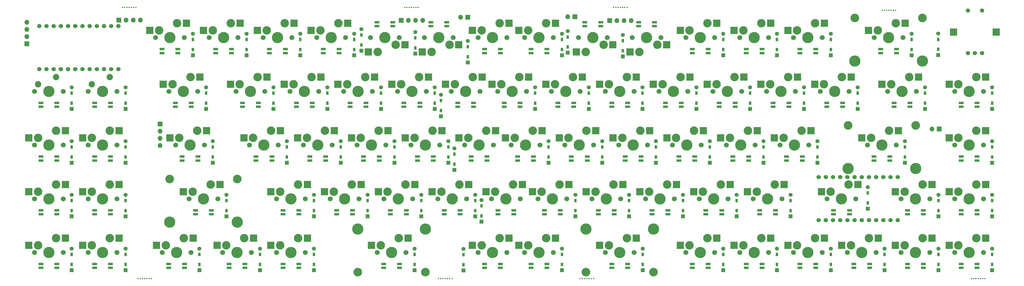
<source format=gbr>
%TF.GenerationSoftware,KiCad,Pcbnew,8.0.8*%
%TF.CreationDate,2025-04-17T13:25:33+09:00*%
%TF.ProjectId,sswkbd_wiring,7373776b-6264-45f7-9769-72696e672e6b,rev?*%
%TF.SameCoordinates,Original*%
%TF.FileFunction,Soldermask,Bot*%
%TF.FilePolarity,Negative*%
%FSLAX46Y46*%
G04 Gerber Fmt 4.6, Leading zero omitted, Abs format (unit mm)*
G04 Created by KiCad (PCBNEW 8.0.8) date 2025-04-17 13:25:33*
%MOMM*%
%LPD*%
G01*
G04 APERTURE LIST*
%ADD10R,1.397000X1.397000*%
%ADD11R,0.950000X1.300000*%
%ADD12C,1.397000*%
%ADD13C,1.750000*%
%ADD14C,3.000000*%
%ADD15C,3.987800*%
%ADD16R,2.550000X2.500000*%
%ADD17C,3.048000*%
%ADD18C,0.500000*%
%ADD19R,1.700000X1.700000*%
%ADD20O,1.700000X1.700000*%
%ADD21C,2.250000*%
%ADD22C,1.524000*%
%ADD23R,1.700000X0.825000*%
%ADD24R,2.500000X2.500000*%
%ADD25C,1.500000*%
G04 APERTURE END LIST*
D10*
%TO.C,D32*%
X366509249Y-98964950D03*
D11*
X366509249Y-96929950D03*
X366509249Y-93379950D03*
D12*
X366509249Y-91344950D03*
%TD*%
D13*
%TO.C,SW13*%
X296333000Y-73760000D03*
D14*
X297603000Y-71220000D03*
D15*
X301413000Y-73760000D03*
D14*
X303953000Y-68680000D03*
D13*
X306493000Y-73760000D03*
D16*
X294328000Y-71220000D03*
X307255000Y-68680000D03*
%TD*%
D10*
%TO.C,D67*%
X86461999Y-156014950D03*
D11*
X86461999Y-153979950D03*
X86461999Y-150429950D03*
D12*
X86461999Y-148394950D03*
%TD*%
D10*
%TO.C,D50*%
X60336999Y-137014950D03*
D11*
X60336999Y-134979950D03*
X60336999Y-131429950D03*
D12*
X60336999Y-129394950D03*
%TD*%
D10*
%TO.C,D73*%
X243034249Y-156014950D03*
D11*
X243034249Y-153979950D03*
X243034249Y-150429950D03*
D12*
X243034249Y-148394950D03*
%TD*%
D10*
%TO.C,D46*%
X304759249Y-117989950D03*
D11*
X304759249Y-115954950D03*
X304759249Y-112404950D03*
D12*
X304759249Y-110369950D03*
%TD*%
D13*
%TO.C,SW6*%
X176071250Y-73760000D03*
D14*
X174801250Y-76300000D03*
D15*
X170991250Y-73760000D03*
D14*
X168451250Y-78840000D03*
D13*
X165911250Y-73760000D03*
D16*
X178076250Y-76300000D03*
X165149250Y-78840000D03*
%TD*%
D10*
%TO.C,D38*%
X155361999Y-117989950D03*
D11*
X155361999Y-115954950D03*
X155361999Y-112404950D03*
D12*
X155361999Y-110369950D03*
%TD*%
D10*
%TO.C,D76*%
X309509249Y-156014950D03*
D11*
X309509249Y-153979950D03*
X309509249Y-150429950D03*
D12*
X309509249Y-148394950D03*
%TD*%
D10*
%TO.C,D74*%
X271509249Y-156014950D03*
D11*
X271509249Y-153979950D03*
X271509249Y-150429950D03*
D12*
X271509249Y-148394950D03*
%TD*%
D10*
%TO.C,D52*%
X126861999Y-137014950D03*
D11*
X126861999Y-134979950D03*
X126861999Y-131429950D03*
D12*
X126861999Y-129394950D03*
%TD*%
D10*
%TO.C,D39*%
X174361999Y-117989950D03*
D11*
X174361999Y-115954950D03*
X174361999Y-112404950D03*
D12*
X174361999Y-110369950D03*
%TD*%
D10*
%TO.C,D15*%
X347491000Y-79958000D03*
D11*
X347491000Y-77923000D03*
X347491000Y-74373000D03*
D12*
X347491000Y-72338000D03*
%TD*%
D10*
%TO.C,D44*%
X266759249Y-117989950D03*
D11*
X266759249Y-115954950D03*
X266759249Y-112404950D03*
D12*
X266759249Y-110369950D03*
%TD*%
D13*
%TO.C,SW50*%
X47160750Y-130760000D03*
D14*
X48430750Y-128220000D03*
D15*
X52240750Y-130760000D03*
D14*
X54780750Y-125680000D03*
D13*
X57320750Y-130760000D03*
D16*
X45155750Y-128220000D03*
X58082750Y-125680000D03*
%TD*%
D13*
%TO.C,SW28*%
X267833000Y-92760000D03*
D14*
X269103000Y-90220000D03*
D15*
X272913000Y-92760000D03*
D14*
X275453000Y-87680000D03*
D13*
X277993000Y-92760000D03*
D16*
X265828000Y-90220000D03*
X278755000Y-87680000D03*
%TD*%
D13*
%TO.C,SW75*%
X277333000Y-149760000D03*
D14*
X278603000Y-147220000D03*
D15*
X282413000Y-149760000D03*
D14*
X284953000Y-144680000D03*
D13*
X287493000Y-149760000D03*
D16*
X275328000Y-147220000D03*
X288255000Y-144680000D03*
%TD*%
D10*
%TO.C,D4*%
X141111999Y-79964950D03*
D11*
X141111999Y-77929950D03*
X141111999Y-74379950D03*
D12*
X141111999Y-72344950D03*
%TD*%
D13*
%TO.C,SW2*%
X89910750Y-73760000D03*
D14*
X91180750Y-71220000D03*
D15*
X94990750Y-73760000D03*
D14*
X97530750Y-68680000D03*
D13*
X100070750Y-73760000D03*
D16*
X87905750Y-71220000D03*
X100832750Y-68680000D03*
%TD*%
D13*
%TO.C,SW22*%
X156410750Y-92760000D03*
D14*
X157680750Y-90220000D03*
D15*
X161490750Y-92760000D03*
D14*
X164030750Y-87680000D03*
D13*
X166570750Y-92760000D03*
D16*
X154405750Y-90220000D03*
X167332750Y-87680000D03*
%TD*%
D10*
%TO.C,D43*%
X247759249Y-117989950D03*
D11*
X247759249Y-115954950D03*
X247759249Y-112404950D03*
D12*
X247759249Y-110369950D03*
%TD*%
D13*
%TO.C,SW53*%
X132660750Y-130760000D03*
D14*
X133930750Y-128220000D03*
D15*
X137740750Y-130760000D03*
D14*
X140280750Y-125680000D03*
D13*
X142820750Y-130760000D03*
D16*
X130655750Y-128220000D03*
X143582750Y-125680000D03*
%TD*%
D13*
%TO.C,SW66*%
X47160750Y-149760000D03*
D14*
X48430750Y-147220000D03*
D15*
X52240750Y-149760000D03*
D14*
X54780750Y-144680000D03*
D13*
X57320750Y-149760000D03*
D16*
X45155750Y-147220000D03*
X58082750Y-144680000D03*
%TD*%
D10*
%TO.C,D41*%
X209759249Y-117989950D03*
D11*
X209759249Y-115954950D03*
X209759249Y-112404950D03*
D12*
X209759249Y-110369950D03*
%TD*%
D10*
%TO.C,D1*%
X84111999Y-79964950D03*
D11*
X84111999Y-77929950D03*
X84111999Y-74379950D03*
D12*
X84111999Y-72344950D03*
%TD*%
D13*
%TO.C,SW18*%
X75660750Y-92760000D03*
D14*
X76930750Y-90220000D03*
D15*
X80740750Y-92760000D03*
D14*
X83280750Y-87680000D03*
D13*
X85820750Y-92760000D03*
D16*
X73655750Y-90220000D03*
X86582750Y-87680000D03*
%TD*%
D13*
%TO.C,SW8*%
X201333000Y-73760000D03*
D14*
X202603000Y-71220000D03*
D15*
X206413000Y-73760000D03*
D14*
X208953000Y-68680000D03*
D13*
X211493000Y-73760000D03*
D16*
X199328000Y-71220000D03*
X212255000Y-68680000D03*
%TD*%
D13*
%TO.C,SW26*%
X229833000Y-92760000D03*
D14*
X231103000Y-90220000D03*
D15*
X234913000Y-92760000D03*
D14*
X237453000Y-87680000D03*
D13*
X239993000Y-92760000D03*
D16*
X227828000Y-90220000D03*
X240755000Y-87680000D03*
%TD*%
D10*
%TO.C,D11*%
X271509249Y-79964950D03*
D11*
X271509249Y-77929950D03*
X271509249Y-74379950D03*
D12*
X271509249Y-72344950D03*
%TD*%
D13*
%TO.C,SW29*%
X286833000Y-92760000D03*
D14*
X288103000Y-90220000D03*
D15*
X291913000Y-92760000D03*
D14*
X294453000Y-87680000D03*
D13*
X296993000Y-92760000D03*
D16*
X284828000Y-90220000D03*
X297755000Y-87680000D03*
%TD*%
D10*
%TO.C,D51*%
X95961999Y-137014950D03*
D11*
X95961999Y-134979950D03*
X95961999Y-131429950D03*
D12*
X95961999Y-129394950D03*
%TD*%
D13*
%TO.C,SW41*%
X196583000Y-111760000D03*
D14*
X197853000Y-109220000D03*
D15*
X201663000Y-111760000D03*
D14*
X204203000Y-106680000D03*
D13*
X206743000Y-111760000D03*
D16*
X194578000Y-109220000D03*
X207505000Y-106680000D03*
%TD*%
D13*
%TO.C,SW67*%
X73285750Y-149760000D03*
D14*
X74555750Y-147220000D03*
D15*
X78365750Y-149760000D03*
D14*
X80905750Y-144680000D03*
D13*
X83445750Y-149760000D03*
D16*
X71280750Y-147220000D03*
X84207750Y-144680000D03*
%TD*%
D13*
%TO.C,SW77*%
X315333000Y-149760000D03*
D14*
X316603000Y-147220000D03*
D15*
X320413000Y-149760000D03*
D14*
X322953000Y-144680000D03*
D13*
X325493000Y-149760000D03*
D16*
X313328000Y-147220000D03*
X326255000Y-144680000D03*
%TD*%
D15*
%TO.C,SW73*%
X223000000Y-141505000D03*
D17*
X223000000Y-156745000D03*
D13*
X229858000Y-149760000D03*
D14*
X231128000Y-147220000D03*
D15*
X234938000Y-149760000D03*
D14*
X237478000Y-144680000D03*
D13*
X240018000Y-149760000D03*
D15*
X246876000Y-141505000D03*
D17*
X246876000Y-156745000D03*
D16*
X227853000Y-147220000D03*
X240780000Y-144680000D03*
%TD*%
D13*
%TO.C,SW43*%
X234583000Y-111760000D03*
D14*
X235853000Y-109220000D03*
D15*
X239663000Y-111760000D03*
D14*
X242203000Y-106680000D03*
D13*
X244743000Y-111760000D03*
D16*
X232578000Y-109220000D03*
X245505000Y-106680000D03*
%TD*%
D10*
%TO.C,D59*%
X257259249Y-137014950D03*
D11*
X257259249Y-134979950D03*
X257259249Y-131429950D03*
D12*
X257259249Y-129394950D03*
%TD*%
D10*
%TO.C,D9*%
X216600000Y-79110000D03*
D11*
X216600000Y-77075000D03*
X216600000Y-73525000D03*
D12*
X216600000Y-71490000D03*
%TD*%
D10*
%TO.C,D3*%
X122111999Y-79964950D03*
D11*
X122111999Y-77929950D03*
X122111999Y-74379950D03*
D12*
X122111999Y-72344950D03*
%TD*%
D18*
%TO.C,BT1*%
X69505796Y-158960000D03*
X68714129Y-158960000D03*
X67922463Y-158960000D03*
X67130796Y-158960000D03*
X66339129Y-158960000D03*
X65547463Y-158960000D03*
X64755796Y-158960000D03*
%TD*%
D15*
%TO.C,SW70*%
X142402750Y-141505000D03*
D17*
X142402750Y-156745000D03*
D13*
X149260750Y-149760000D03*
D14*
X150530750Y-147220000D03*
D15*
X154340750Y-149760000D03*
D14*
X156880750Y-144680000D03*
D13*
X159420750Y-149760000D03*
D15*
X166278750Y-141505000D03*
D17*
X166278750Y-156745000D03*
D16*
X147255750Y-147220000D03*
X160182750Y-144680000D03*
%TD*%
D13*
%TO.C,SW68*%
X94660750Y-149760000D03*
D14*
X95930750Y-147220000D03*
D15*
X99740750Y-149760000D03*
D14*
X102280750Y-144680000D03*
D13*
X104820750Y-149760000D03*
D16*
X92655750Y-147220000D03*
X105582750Y-144680000D03*
%TD*%
D10*
%TO.C,D42*%
X228759249Y-117989950D03*
D11*
X228759249Y-115954950D03*
X228759249Y-112404950D03*
D12*
X228759249Y-110369950D03*
%TD*%
D13*
%TO.C,SW23*%
X175410750Y-92760000D03*
D14*
X176680750Y-90220000D03*
D15*
X180490750Y-92760000D03*
D14*
X183030750Y-87680000D03*
D13*
X185570750Y-92760000D03*
D16*
X173405750Y-90220000D03*
X186332750Y-87680000D03*
%TD*%
D13*
%TO.C,SW76*%
X296333000Y-149760000D03*
D14*
X297603000Y-147220000D03*
D15*
X301413000Y-149760000D03*
D14*
X303953000Y-144680000D03*
D13*
X306493000Y-149760000D03*
D16*
X294328000Y-147220000D03*
X307255000Y-144680000D03*
%TD*%
D10*
%TO.C,D64*%
X366509249Y-137014950D03*
D11*
X366509249Y-134979950D03*
X366509249Y-131429950D03*
D12*
X366509249Y-129394950D03*
%TD*%
D10*
%TO.C,D23*%
X171795000Y-101590000D03*
D11*
X171795000Y-99555000D03*
X171795000Y-96005000D03*
D12*
X171795000Y-93970000D03*
%TD*%
D13*
%TO.C,SW24*%
X191833000Y-92760000D03*
D14*
X193103000Y-90220000D03*
D15*
X196913000Y-92760000D03*
D14*
X199453000Y-87680000D03*
D13*
X201993000Y-92760000D03*
D16*
X189828000Y-90220000D03*
X202755000Y-87680000D03*
%TD*%
D10*
%TO.C,D33*%
X41336999Y-117989950D03*
D11*
X41336999Y-115954950D03*
X41336999Y-112404950D03*
D12*
X41336999Y-110369950D03*
%TD*%
D18*
%TO.C,BT1*%
X363956796Y-158960000D03*
X363165129Y-158960000D03*
X362373463Y-158960000D03*
X361581796Y-158960000D03*
X360790129Y-158960000D03*
X359998463Y-158960000D03*
X359206796Y-158960000D03*
%TD*%
D19*
%TO.C,J4*%
X347775000Y-106100000D03*
D20*
X345235000Y-106100000D03*
%TD*%
D13*
%TO.C,SW10*%
X249493000Y-73760000D03*
D14*
X248223000Y-76300000D03*
D15*
X244413000Y-73760000D03*
D14*
X241873000Y-78840000D03*
D13*
X239333000Y-73760000D03*
D16*
X251498000Y-76300000D03*
X238571000Y-78840000D03*
%TD*%
D13*
%TO.C,SW79*%
X353333000Y-149760000D03*
D14*
X354603000Y-147220000D03*
D15*
X358413000Y-149760000D03*
D14*
X360953000Y-144680000D03*
D13*
X363493000Y-149760000D03*
D16*
X351328000Y-147220000D03*
X364255000Y-144680000D03*
%TD*%
D13*
%TO.C,SW78*%
X334333000Y-149760000D03*
D14*
X335603000Y-147220000D03*
D15*
X339413000Y-149760000D03*
D14*
X341953000Y-144680000D03*
D13*
X344493000Y-149760000D03*
D16*
X332328000Y-147220000D03*
X345255000Y-144680000D03*
%TD*%
D10*
%TO.C,D8*%
X214509249Y-79964950D03*
D11*
X214509249Y-77929950D03*
X214509249Y-74379950D03*
D12*
X214509249Y-72344950D03*
%TD*%
D10*
%TO.C,D45*%
X285759249Y-117989950D03*
D11*
X285759249Y-115954950D03*
X285759249Y-112404950D03*
D12*
X285759249Y-110369950D03*
%TD*%
D10*
%TO.C,D65*%
X41336999Y-156014950D03*
D11*
X41336999Y-153979950D03*
X41336999Y-150429950D03*
D12*
X41336999Y-148394950D03*
%TD*%
D10*
%TO.C,D70*%
X162461999Y-156014950D03*
D11*
X162461999Y-153979950D03*
X162461999Y-150429950D03*
D12*
X162461999Y-148394950D03*
%TD*%
D13*
%TO.C,SW16*%
X28160750Y-92760000D03*
D15*
X33240750Y-92760000D03*
D13*
X38320750Y-92760000D03*
D21*
X29430750Y-90220000D03*
X35780750Y-87680000D03*
%TD*%
D10*
%TO.C,D24*%
X205009249Y-98964950D03*
D11*
X205009249Y-96929950D03*
X205009249Y-93379950D03*
D12*
X205009249Y-91344950D03*
%TD*%
D13*
%TO.C,SW65*%
X28160750Y-149760000D03*
D14*
X29430750Y-147220000D03*
D15*
X33240750Y-149760000D03*
D14*
X35780750Y-144680000D03*
D13*
X38320750Y-149760000D03*
D16*
X26155750Y-147220000D03*
X39082750Y-144680000D03*
%TD*%
D13*
%TO.C,SW58*%
X225083000Y-130760000D03*
D14*
X226353000Y-128220000D03*
D15*
X230163000Y-130760000D03*
D14*
X232703000Y-125680000D03*
D13*
X235243000Y-130760000D03*
D16*
X223078000Y-128220000D03*
X236005000Y-125680000D03*
%TD*%
D10*
%TO.C,D26*%
X243009249Y-98964950D03*
D11*
X243009249Y-96929950D03*
X243009249Y-93379950D03*
D12*
X243009249Y-91344950D03*
%TD*%
D19*
%TO.C,RST*%
X181275000Y-66500000D03*
D20*
X178735000Y-66500000D03*
%TD*%
D18*
%TO.C,BT1*%
X327634404Y-64100000D03*
X328426071Y-64100000D03*
X329217737Y-64100000D03*
X330009404Y-64100000D03*
X330801071Y-64100000D03*
X331592737Y-64100000D03*
X332384404Y-64100000D03*
%TD*%
D10*
%TO.C,D6*%
X162687000Y-79375000D03*
D11*
X162687000Y-77340000D03*
X162687000Y-73790000D03*
D12*
X162687000Y-71755000D03*
%TD*%
D10*
%TO.C,D14*%
X338034249Y-79964950D03*
D11*
X338034249Y-77929950D03*
X338034249Y-74379950D03*
D12*
X338034249Y-72344950D03*
%TD*%
D13*
%TO.C,SW57*%
X206083000Y-130760000D03*
D14*
X207353000Y-128220000D03*
D15*
X211163000Y-130760000D03*
D14*
X213703000Y-125680000D03*
D13*
X216243000Y-130760000D03*
D16*
X204078000Y-128220000D03*
X217005000Y-125680000D03*
%TD*%
D10*
%TO.C,D12*%
X290509249Y-79964950D03*
D11*
X290509249Y-77929950D03*
X290509249Y-74379950D03*
D12*
X290509249Y-72344950D03*
%TD*%
D13*
%TO.C,SW59*%
X244083000Y-130760000D03*
D14*
X245353000Y-128220000D03*
D15*
X249163000Y-130760000D03*
D14*
X251703000Y-125680000D03*
D13*
X254243000Y-130760000D03*
D16*
X242078000Y-128220000D03*
X255005000Y-125680000D03*
%TD*%
D13*
%TO.C,SW64*%
X353333000Y-130760000D03*
D14*
X354603000Y-128220000D03*
D15*
X358413000Y-130760000D03*
D14*
X360953000Y-125680000D03*
D13*
X363493000Y-130760000D03*
D16*
X351328000Y-128220000D03*
X364255000Y-125680000D03*
%TD*%
D17*
%TO.C,SW14*%
X317975000Y-66775000D03*
D15*
X317975000Y-82015000D03*
D13*
X324833000Y-73760000D03*
D14*
X326103000Y-71220000D03*
D15*
X329913000Y-73760000D03*
D14*
X332453000Y-68680000D03*
D13*
X334993000Y-73760000D03*
D17*
X341851000Y-66775000D03*
D15*
X341851000Y-82015000D03*
D16*
X322828000Y-71220000D03*
X335755000Y-68680000D03*
%TD*%
D19*
%TO.C,USB_PRO_MICRO*%
X72567800Y-104267000D03*
D20*
X72567800Y-106807000D03*
X72567800Y-109347000D03*
X72567800Y-111887000D03*
%TD*%
D13*
%TO.C,SW63*%
X334333000Y-130760000D03*
D14*
X335603000Y-128220000D03*
D15*
X339413000Y-130760000D03*
D14*
X341953000Y-125680000D03*
D13*
X344493000Y-130760000D03*
D16*
X332328000Y-128220000D03*
X345255000Y-125680000D03*
%TD*%
D10*
%TO.C,D36*%
X117361999Y-117989950D03*
D11*
X117361999Y-115954950D03*
X117361999Y-112404950D03*
D12*
X117361999Y-110369950D03*
%TD*%
D10*
%TO.C,D29*%
X300009249Y-98964950D03*
D11*
X300009249Y-96929950D03*
X300009249Y-93379950D03*
D12*
X300009249Y-91344950D03*
%TD*%
D13*
%TO.C,SW38*%
X142160750Y-111760000D03*
D14*
X143430750Y-109220000D03*
D15*
X147240750Y-111760000D03*
D14*
X149780750Y-106680000D03*
D13*
X152320750Y-111760000D03*
D16*
X140155750Y-109220000D03*
X153082750Y-106680000D03*
%TD*%
D13*
%TO.C,SW69*%
X113660750Y-149760000D03*
D14*
X114930750Y-147220000D03*
D15*
X118740750Y-149760000D03*
D14*
X121280750Y-144680000D03*
D13*
X123820750Y-149760000D03*
D16*
X111655750Y-147220000D03*
X124582750Y-144680000D03*
%TD*%
D10*
%TO.C,D69*%
X126861999Y-156014950D03*
D11*
X126861999Y-153979950D03*
X126861999Y-150429950D03*
D12*
X126861999Y-148394950D03*
%TD*%
D13*
%TO.C,SW60*%
X263083000Y-130760000D03*
D14*
X264353000Y-128220000D03*
D15*
X268163000Y-130760000D03*
D14*
X270703000Y-125680000D03*
D13*
X273243000Y-130760000D03*
D16*
X261078000Y-128220000D03*
X274005000Y-125680000D03*
%TD*%
D13*
%TO.C,SW9*%
X230493000Y-73760000D03*
D14*
X229223000Y-76300000D03*
D15*
X225413000Y-73760000D03*
D14*
X222873000Y-78840000D03*
D13*
X220333000Y-73760000D03*
D16*
X232498000Y-76300000D03*
X219571000Y-78840000D03*
%TD*%
D17*
%TO.C,SW51*%
X75927750Y-123775000D03*
D15*
X75927750Y-139015000D03*
D13*
X82785750Y-130760000D03*
D14*
X84055750Y-128220000D03*
D15*
X87865750Y-130760000D03*
D14*
X90405750Y-125680000D03*
D13*
X92945750Y-130760000D03*
D17*
X99803750Y-123775000D03*
D15*
X99803750Y-139015000D03*
D16*
X80780750Y-128220000D03*
X93707750Y-125680000D03*
%TD*%
D10*
%TO.C,D20*%
X131611999Y-98964950D03*
D11*
X131611999Y-96929950D03*
X131611999Y-93379950D03*
D12*
X131611999Y-91344950D03*
%TD*%
D13*
%TO.C,SW12*%
X277333000Y-73760000D03*
D14*
X278603000Y-71220000D03*
D15*
X282413000Y-73760000D03*
D14*
X284953000Y-68680000D03*
D13*
X287493000Y-73760000D03*
D16*
X275328000Y-71220000D03*
X288255000Y-68680000D03*
%TD*%
D13*
%TO.C,SW49*%
X28160750Y-130760000D03*
D14*
X29430750Y-128220000D03*
D15*
X33240750Y-130760000D03*
D14*
X35780750Y-125680000D03*
D13*
X38320750Y-130760000D03*
D16*
X26155750Y-128220000D03*
X39082750Y-125680000D03*
%TD*%
D10*
%TO.C,D47*%
X335659249Y-117989950D03*
D11*
X335659249Y-115954950D03*
X335659249Y-112404950D03*
D12*
X335659249Y-110369950D03*
%TD*%
D13*
%TO.C,SW27*%
X248833000Y-92760000D03*
D14*
X250103000Y-90220000D03*
D15*
X253913000Y-92760000D03*
D14*
X256453000Y-87680000D03*
D13*
X258993000Y-92760000D03*
D16*
X246828000Y-90220000D03*
X259755000Y-87680000D03*
%TD*%
D13*
%TO.C,SW56*%
X189660750Y-130760000D03*
D14*
X190930750Y-128220000D03*
D15*
X194740750Y-130760000D03*
D14*
X197280750Y-125680000D03*
D13*
X199820750Y-130760000D03*
D16*
X187655750Y-128220000D03*
X200582750Y-125680000D03*
%TD*%
D10*
%TO.C,D62*%
X322550000Y-134260000D03*
D11*
X322550000Y-132225000D03*
X322550000Y-128675000D03*
D12*
X322550000Y-126640000D03*
%TD*%
D13*
%TO.C,SW7*%
X184910750Y-73760000D03*
D14*
X186180750Y-71220000D03*
D15*
X189990750Y-73760000D03*
D14*
X192530750Y-68680000D03*
D13*
X195070750Y-73760000D03*
D16*
X182905750Y-71220000D03*
X195832750Y-68680000D03*
%TD*%
D10*
%TO.C,D48*%
X366509249Y-117989950D03*
D11*
X366509249Y-115954950D03*
X366509249Y-112404950D03*
D12*
X366509249Y-110369950D03*
%TD*%
D13*
%TO.C,SW39*%
X161160750Y-111760000D03*
D14*
X162430750Y-109220000D03*
D15*
X166240750Y-111760000D03*
D14*
X168780750Y-106680000D03*
D13*
X171320750Y-111760000D03*
D16*
X159155750Y-109220000D03*
X172082750Y-106680000D03*
%TD*%
D13*
%TO.C,SW4*%
X127910750Y-73760000D03*
D14*
X129180750Y-71220000D03*
D15*
X132990750Y-73760000D03*
D14*
X135530750Y-68680000D03*
D13*
X138070750Y-73760000D03*
D16*
X125905750Y-71220000D03*
X138832750Y-68680000D03*
%TD*%
D10*
%TO.C,D22*%
X169611999Y-98964950D03*
D11*
X169611999Y-96929950D03*
X169611999Y-93379950D03*
D12*
X169611999Y-91344950D03*
%TD*%
D10*
%TO.C,D16*%
X41336999Y-98964950D03*
D11*
X41336999Y-96929950D03*
X41336999Y-93379950D03*
D12*
X41336999Y-91344950D03*
%TD*%
D17*
%TO.C,SW47*%
X315600000Y-104775000D03*
D15*
X315600000Y-120015000D03*
D13*
X322458000Y-111760000D03*
D14*
X323728000Y-109220000D03*
D15*
X327538000Y-111760000D03*
D14*
X330078000Y-106680000D03*
D13*
X332618000Y-111760000D03*
D17*
X339476000Y-104775000D03*
D15*
X339476000Y-120015000D03*
D16*
X320453000Y-109220000D03*
X333380000Y-106680000D03*
%TD*%
D18*
%TO.C,BT1*%
X175641196Y-158960000D03*
X174849529Y-158960000D03*
X174057863Y-158960000D03*
X173266196Y-158960000D03*
X172474529Y-158960000D03*
X171682863Y-158960000D03*
X170891196Y-158960000D03*
%TD*%
D13*
%TO.C,SW17*%
X47160750Y-92760000D03*
D15*
X52240750Y-92760000D03*
D13*
X57320750Y-92760000D03*
D21*
X48430750Y-90220000D03*
X54780750Y-87680000D03*
%TD*%
D10*
%TO.C,D49*%
X41336999Y-137014950D03*
D11*
X41336999Y-134979950D03*
X41336999Y-131429950D03*
D12*
X41336999Y-129394950D03*
%TD*%
D10*
%TO.C,D25*%
X224009249Y-98964950D03*
D11*
X224009249Y-96929950D03*
X224009249Y-93379950D03*
D12*
X224009249Y-91344950D03*
%TD*%
D10*
%TO.C,D53*%
X145861999Y-137014950D03*
D11*
X145861999Y-134979950D03*
X145861999Y-131429950D03*
D12*
X145861999Y-129394950D03*
%TD*%
D10*
%TO.C,D28*%
X281009249Y-98964950D03*
D11*
X281009249Y-96929950D03*
X281009249Y-93379950D03*
D12*
X281009249Y-91344950D03*
%TD*%
D18*
%TO.C,BT1*%
X225704596Y-158960000D03*
X224912929Y-158960000D03*
X224121263Y-158960000D03*
X223329596Y-158960000D03*
X222537929Y-158960000D03*
X221746263Y-158960000D03*
X220954596Y-158960000D03*
%TD*%
D10*
%TO.C,D7*%
X181255000Y-82565000D03*
D11*
X181255000Y-80530000D03*
X181255000Y-76980000D03*
D12*
X181255000Y-74945000D03*
%TD*%
D10*
%TO.C,D61*%
X295259249Y-137014950D03*
D11*
X295259249Y-134979950D03*
X295259249Y-131429950D03*
D12*
X295259249Y-129394950D03*
%TD*%
D10*
%TO.C,D37*%
X136361999Y-117989950D03*
D11*
X136361999Y-115954950D03*
X136361999Y-112404950D03*
D12*
X136361999Y-110369950D03*
%TD*%
D13*
%TO.C,SW19*%
X99410750Y-92760000D03*
D14*
X100680750Y-90220000D03*
D15*
X104490750Y-92760000D03*
D14*
X107030750Y-87680000D03*
D13*
X109570750Y-92760000D03*
D16*
X97405750Y-90220000D03*
X110332750Y-87680000D03*
%TD*%
D19*
%TO.C,USB_SPLIT_R*%
X231340000Y-67700000D03*
D20*
X233880000Y-67700000D03*
X236420000Y-67700000D03*
X238960000Y-67700000D03*
%TD*%
D10*
%TO.C,D77*%
X328509249Y-156014950D03*
D11*
X328509249Y-153979950D03*
X328509249Y-150429950D03*
D12*
X328509249Y-148394950D03*
%TD*%
D22*
%TO.C,U2*%
X305200000Y-123090000D03*
X307740000Y-123090000D03*
X310280000Y-123090000D03*
X312820000Y-123090000D03*
X315360000Y-123090000D03*
X317900000Y-123090000D03*
X320440000Y-123090000D03*
X322980000Y-123090000D03*
X325520000Y-123090000D03*
X328060000Y-123090000D03*
X330600000Y-123090000D03*
X333140000Y-123090000D03*
X333140000Y-138310000D03*
X330600000Y-138310000D03*
X328060000Y-138310000D03*
X325520000Y-138310000D03*
X322980000Y-138310000D03*
X320440000Y-138310000D03*
X317900000Y-138310000D03*
X315360000Y-138310000D03*
X312820000Y-138310000D03*
X310280000Y-138310000D03*
X307740000Y-138310000D03*
X305200000Y-138310000D03*
%TD*%
D10*
%TO.C,D10*%
X236000000Y-80410000D03*
D11*
X236000000Y-78375000D03*
X236000000Y-74825000D03*
D12*
X236000000Y-72790000D03*
%TD*%
D10*
%TO.C,D57*%
X219259249Y-137014950D03*
D11*
X219259249Y-134979950D03*
X219259249Y-131429950D03*
D12*
X219259249Y-129394950D03*
%TD*%
D13*
%TO.C,SW36*%
X104160750Y-111760000D03*
D14*
X105430750Y-109220000D03*
D15*
X109240750Y-111760000D03*
D14*
X111780750Y-106680000D03*
D13*
X114320750Y-111760000D03*
D16*
X102155750Y-109220000D03*
X115082750Y-106680000D03*
%TD*%
D19*
%TO.C,USB_main1*%
X58017750Y-67535000D03*
D20*
X60557750Y-67535000D03*
X63097750Y-67535000D03*
X65637750Y-67535000D03*
%TD*%
D13*
%TO.C,SW55*%
X170660750Y-130760000D03*
D14*
X171930750Y-128220000D03*
D15*
X175740750Y-130760000D03*
D14*
X178280750Y-125680000D03*
D13*
X180820750Y-130760000D03*
D16*
X168655750Y-128220000D03*
X181582750Y-125680000D03*
%TD*%
D10*
%TO.C,D75*%
X290509249Y-156014950D03*
D11*
X290509249Y-153979950D03*
X290509249Y-150429950D03*
D12*
X290509249Y-148394950D03*
%TD*%
D10*
%TO.C,D56*%
X186040000Y-138830000D03*
D11*
X186040000Y-136795000D03*
X186040000Y-133245000D03*
D12*
X186040000Y-131210000D03*
%TD*%
D13*
%TO.C,SW62*%
X308208000Y-130760000D03*
D14*
X309478000Y-128220000D03*
D15*
X313288000Y-130760000D03*
D14*
X315828000Y-125680000D03*
D13*
X318368000Y-130760000D03*
D16*
X306203000Y-128220000D03*
X319130000Y-125680000D03*
%TD*%
D13*
%TO.C,SW31*%
X329583000Y-92760000D03*
D14*
X330853000Y-90220000D03*
D15*
X334663000Y-92760000D03*
D14*
X337203000Y-87680000D03*
D13*
X339743000Y-92760000D03*
D16*
X327578000Y-90220000D03*
X340505000Y-87680000D03*
%TD*%
D19*
%TO.C,USB_SPLIT_L*%
X157706250Y-67635000D03*
D20*
X160246250Y-67635000D03*
X162786250Y-67635000D03*
X165326250Y-67635000D03*
%TD*%
D19*
%TO.C,OLED*%
X25450750Y-75962370D03*
D20*
X25450750Y-73422370D03*
X25450750Y-70882370D03*
X25450750Y-68342370D03*
%TD*%
D10*
%TO.C,D60*%
X276259249Y-137014950D03*
D11*
X276259249Y-134979950D03*
X276259249Y-131429950D03*
D12*
X276259249Y-129394950D03*
%TD*%
D10*
%TO.C,D5*%
X143637000Y-78356000D03*
D11*
X143637000Y-76321000D03*
X143637000Y-72771000D03*
D12*
X143637000Y-70736000D03*
%TD*%
D13*
%TO.C,SW61*%
X282083000Y-130760000D03*
D14*
X283353000Y-128220000D03*
D15*
X287163000Y-130760000D03*
D14*
X289703000Y-125680000D03*
D13*
X292243000Y-130760000D03*
D16*
X280078000Y-128220000D03*
X293005000Y-125680000D03*
%TD*%
D10*
%TO.C,D35*%
X91211999Y-117989950D03*
D11*
X91211999Y-115954950D03*
X91211999Y-112404950D03*
D12*
X91211999Y-110369950D03*
%TD*%
D13*
%TO.C,SW48*%
X353333000Y-111760000D03*
D14*
X354603000Y-109220000D03*
D15*
X358413000Y-111760000D03*
D14*
X360953000Y-106680000D03*
D13*
X363493000Y-111760000D03*
D16*
X351328000Y-109220000D03*
X364255000Y-106680000D03*
%TD*%
D10*
%TO.C,D21*%
X150611999Y-98964950D03*
D11*
X150611999Y-96929950D03*
X150611999Y-93379950D03*
D12*
X150611999Y-91344950D03*
%TD*%
D13*
%TO.C,SW5*%
X157071250Y-73760000D03*
D14*
X155801250Y-76300000D03*
D15*
X151991250Y-73760000D03*
D14*
X149451250Y-78840000D03*
D13*
X146911250Y-73760000D03*
D16*
X159076250Y-76300000D03*
X146149250Y-78840000D03*
%TD*%
D10*
%TO.C,D13*%
X309509249Y-79964950D03*
D11*
X309509249Y-77929950D03*
X309509249Y-74379950D03*
D12*
X309509249Y-72344950D03*
%TD*%
D13*
%TO.C,SW52*%
X113660750Y-130760000D03*
D14*
X114930750Y-128220000D03*
D15*
X118740750Y-130760000D03*
D14*
X121280750Y-125680000D03*
D13*
X123820750Y-130760000D03*
D16*
X111655750Y-128220000D03*
X124582750Y-125680000D03*
%TD*%
D10*
%TO.C,D18*%
X88836999Y-98964950D03*
D11*
X88836999Y-96929950D03*
X88836999Y-93379950D03*
D12*
X88836999Y-91344950D03*
%TD*%
D13*
%TO.C,SW54*%
X151660750Y-130760000D03*
D14*
X152930750Y-128220000D03*
D15*
X156740750Y-130760000D03*
D14*
X159280750Y-125680000D03*
D13*
X161820750Y-130760000D03*
D16*
X149655750Y-128220000D03*
X162582750Y-125680000D03*
%TD*%
D13*
%TO.C,SW33*%
X28160750Y-111760000D03*
D14*
X29430750Y-109220000D03*
D15*
X33240750Y-111760000D03*
D14*
X35780750Y-106680000D03*
D13*
X38320750Y-111760000D03*
D16*
X26155750Y-109220000D03*
X39082750Y-106680000D03*
%TD*%
D10*
%TO.C,D27*%
X262009249Y-98964950D03*
D11*
X262009249Y-96929950D03*
X262009249Y-93379950D03*
D12*
X262009249Y-91344950D03*
%TD*%
D13*
%TO.C,SW37*%
X123160750Y-111760000D03*
D14*
X124430750Y-109220000D03*
D15*
X128240750Y-111760000D03*
D14*
X130780750Y-106680000D03*
D13*
X133320750Y-111760000D03*
D16*
X121155750Y-109220000D03*
X134082750Y-106680000D03*
%TD*%
D13*
%TO.C,SW1*%
X70910750Y-73760000D03*
D14*
X72180750Y-71220000D03*
D15*
X75990750Y-73760000D03*
D14*
X78530750Y-68680000D03*
D13*
X81070750Y-73760000D03*
D16*
X68905750Y-71220000D03*
X81832750Y-68680000D03*
%TD*%
D10*
%TO.C,D55*%
X183861999Y-137014950D03*
D11*
X183861999Y-134979950D03*
X183861999Y-131429950D03*
D12*
X183861999Y-129394950D03*
%TD*%
D13*
%TO.C,SW30*%
X305833000Y-92760000D03*
D14*
X307103000Y-90220000D03*
D15*
X310913000Y-92760000D03*
D14*
X313453000Y-87680000D03*
D13*
X315993000Y-92760000D03*
D16*
X303828000Y-90220000D03*
X316755000Y-87680000D03*
%TD*%
D10*
%TO.C,D54*%
X164861999Y-137014950D03*
D11*
X164861999Y-134979950D03*
X164861999Y-131429950D03*
D12*
X164861999Y-129394950D03*
%TD*%
D13*
%TO.C,SW32*%
X353333000Y-92760000D03*
D14*
X354603000Y-90220000D03*
D15*
X358413000Y-92760000D03*
D14*
X360953000Y-87680000D03*
D13*
X363493000Y-92760000D03*
D16*
X351328000Y-90220000D03*
X364255000Y-87680000D03*
%TD*%
D18*
%TO.C,BT1*%
X158997004Y-63100000D03*
X159788671Y-63100000D03*
X160580337Y-63100000D03*
X161372004Y-63100000D03*
X162163671Y-63100000D03*
X162955337Y-63100000D03*
X163747004Y-63100000D03*
%TD*%
D13*
%TO.C,SW71*%
X184910750Y-149760000D03*
D14*
X186180750Y-147220000D03*
D15*
X189990750Y-149760000D03*
D14*
X192530750Y-144680000D03*
D13*
X195070750Y-149760000D03*
D16*
X182905750Y-147220000D03*
X195832750Y-144680000D03*
%TD*%
D13*
%TO.C,SW11*%
X258333000Y-73760000D03*
D14*
X259603000Y-71220000D03*
D15*
X263413000Y-73760000D03*
D14*
X265953000Y-68680000D03*
D13*
X268493000Y-73760000D03*
D16*
X256328000Y-71220000D03*
X269255000Y-68680000D03*
%TD*%
D13*
%TO.C,SW21*%
X137410750Y-92760000D03*
D14*
X138680750Y-90220000D03*
D15*
X142490750Y-92760000D03*
D14*
X145030750Y-87680000D03*
D13*
X147570750Y-92760000D03*
D16*
X135405750Y-90220000D03*
X148332750Y-87680000D03*
%TD*%
D10*
%TO.C,D2*%
X103111999Y-79964950D03*
D11*
X103111999Y-77929950D03*
X103111999Y-74379950D03*
D12*
X103111999Y-72344950D03*
%TD*%
D13*
%TO.C,SW25*%
X210833000Y-92760000D03*
D14*
X212103000Y-90220000D03*
D15*
X215913000Y-92760000D03*
D14*
X218453000Y-87680000D03*
D13*
X220993000Y-92760000D03*
D16*
X208828000Y-90220000D03*
X221755000Y-87680000D03*
%TD*%
D10*
%TO.C,D79*%
X366509249Y-156014950D03*
D11*
X366509249Y-153979950D03*
X366509249Y-150429950D03*
D12*
X366509249Y-148394950D03*
%TD*%
D13*
%TO.C,SW40*%
X180160750Y-111760000D03*
D14*
X181430750Y-109220000D03*
D15*
X185240750Y-111760000D03*
D14*
X187780750Y-106680000D03*
D13*
X190320750Y-111760000D03*
D16*
X178155750Y-109220000D03*
X191082750Y-106680000D03*
%TD*%
D13*
%TO.C,SW72*%
X201333000Y-149760000D03*
D14*
X202603000Y-147220000D03*
D15*
X206413000Y-149760000D03*
D14*
X208953000Y-144680000D03*
D13*
X211493000Y-149760000D03*
D16*
X199328000Y-147220000D03*
X212255000Y-144680000D03*
%TD*%
D19*
%TO.C,RST*%
X219075000Y-66400000D03*
D20*
X216535000Y-66400000D03*
%TD*%
D10*
%TO.C,D78*%
X347509249Y-156014950D03*
D11*
X347509249Y-153979950D03*
X347509249Y-150429950D03*
D12*
X347509249Y-148394950D03*
%TD*%
D13*
%TO.C,SW20*%
X118410750Y-92760000D03*
D14*
X119680750Y-90220000D03*
D15*
X123490750Y-92760000D03*
D14*
X126030750Y-87680000D03*
D13*
X128570750Y-92760000D03*
D16*
X116405750Y-90220000D03*
X129332750Y-87680000D03*
%TD*%
D13*
%TO.C,SW35*%
X78035750Y-111760000D03*
D14*
X79305750Y-109220000D03*
D15*
X83115750Y-111760000D03*
D14*
X85655750Y-106680000D03*
D13*
X88195750Y-111760000D03*
D16*
X76030750Y-109220000D03*
X88957750Y-106680000D03*
%TD*%
D22*
%TO.C,U1*%
X57847000Y-84908600D03*
X55307000Y-84908600D03*
X52767000Y-84908600D03*
X50227000Y-84908600D03*
X47687000Y-84908600D03*
X45147000Y-84908600D03*
X42607000Y-84908600D03*
X40067000Y-84908600D03*
X37527000Y-84908600D03*
X34987000Y-84908600D03*
X32447000Y-84908600D03*
X29907000Y-84908600D03*
X29907000Y-69688600D03*
X32447000Y-69688600D03*
X34987000Y-69688600D03*
X37527000Y-69688600D03*
X40067000Y-69688600D03*
X42607000Y-69688600D03*
X45147000Y-69688600D03*
X47687000Y-69688600D03*
X50227000Y-69688600D03*
X52767000Y-69688600D03*
X55307000Y-69688600D03*
X57847000Y-69688600D03*
%TD*%
D18*
%TO.C,BT1*%
X59247004Y-63100000D03*
X60038671Y-63100000D03*
X60830337Y-63100000D03*
X61622004Y-63100000D03*
X62413671Y-63100000D03*
X63205337Y-63100000D03*
X63997004Y-63100000D03*
%TD*%
D13*
%TO.C,SW34*%
X47160750Y-111760000D03*
D14*
X48430750Y-109220000D03*
D15*
X52240750Y-111760000D03*
D14*
X54780750Y-106680000D03*
D13*
X57320750Y-111760000D03*
D16*
X45155750Y-109220000D03*
X58082750Y-106680000D03*
%TD*%
D10*
%TO.C,D34*%
X60336999Y-117989950D03*
D11*
X60336999Y-115954950D03*
X60336999Y-112404950D03*
D12*
X60336999Y-110369950D03*
%TD*%
D10*
%TO.C,D71*%
X179695000Y-156115000D03*
D11*
X179695000Y-154080000D03*
X179695000Y-150530000D03*
D12*
X179695000Y-148495000D03*
%TD*%
D13*
%TO.C,SW44*%
X253583000Y-111760000D03*
D14*
X254853000Y-109220000D03*
D15*
X258663000Y-111760000D03*
D14*
X261203000Y-106680000D03*
D13*
X263743000Y-111760000D03*
D16*
X251578000Y-109220000D03*
X264505000Y-106680000D03*
%TD*%
D10*
%TO.C,D58*%
X238259249Y-137014950D03*
D11*
X238259249Y-134979950D03*
X238259249Y-131429950D03*
D12*
X238259249Y-129394950D03*
%TD*%
D13*
%TO.C,SW74*%
X258333000Y-149760000D03*
D14*
X259603000Y-147220000D03*
D15*
X263413000Y-149760000D03*
D14*
X265953000Y-144680000D03*
D13*
X268493000Y-149760000D03*
D16*
X256328000Y-147220000D03*
X269255000Y-144680000D03*
%TD*%
D13*
%TO.C,SW42*%
X215583000Y-111760000D03*
D14*
X216853000Y-109220000D03*
D15*
X220663000Y-111760000D03*
D14*
X223203000Y-106680000D03*
D13*
X225743000Y-111760000D03*
D16*
X213578000Y-109220000D03*
X226505000Y-106680000D03*
%TD*%
D10*
%TO.C,D31*%
X342784249Y-98964950D03*
D11*
X342784249Y-96929950D03*
X342784249Y-93379950D03*
D12*
X342784249Y-91344950D03*
%TD*%
D13*
%TO.C,SW3*%
X108910750Y-73760000D03*
D14*
X110180750Y-71220000D03*
D15*
X113990750Y-73760000D03*
D14*
X116530750Y-68680000D03*
D13*
X119070750Y-73760000D03*
D16*
X106905750Y-71220000D03*
X119832750Y-68680000D03*
%TD*%
D10*
%TO.C,D68*%
X107861999Y-156014950D03*
D11*
X107861999Y-153979950D03*
X107861999Y-150429950D03*
D12*
X107861999Y-148394950D03*
%TD*%
D10*
%TO.C,D19*%
X112611999Y-98964950D03*
D11*
X112611999Y-96929950D03*
X112611999Y-93379950D03*
D12*
X112611999Y-91344950D03*
%TD*%
D10*
%TO.C,D17*%
X60336999Y-98964950D03*
D11*
X60336999Y-96929950D03*
X60336999Y-93379950D03*
D12*
X60336999Y-91344950D03*
%TD*%
D18*
%TO.C,BT1*%
X232775004Y-63100000D03*
X233566671Y-63100000D03*
X234358337Y-63100000D03*
X235150004Y-63100000D03*
X235941671Y-63100000D03*
X236733337Y-63100000D03*
X237525004Y-63100000D03*
%TD*%
D10*
%TO.C,D72*%
X214509249Y-156014950D03*
D11*
X214509249Y-153979950D03*
X214509249Y-150429950D03*
D12*
X214509249Y-148394950D03*
%TD*%
D13*
%TO.C,SW45*%
X272583000Y-111760000D03*
D14*
X273853000Y-109220000D03*
D15*
X277663000Y-111760000D03*
D14*
X280203000Y-106680000D03*
D13*
X282743000Y-111760000D03*
D16*
X270578000Y-109220000D03*
X283505000Y-106680000D03*
%TD*%
D10*
%TO.C,D30*%
X319009249Y-98964950D03*
D11*
X319009249Y-96929950D03*
X319009249Y-93379950D03*
D12*
X319009249Y-91344950D03*
%TD*%
D10*
%TO.C,D63*%
X347509249Y-137014950D03*
D11*
X347509249Y-134979950D03*
X347509249Y-131429950D03*
D12*
X347509249Y-129394950D03*
%TD*%
D13*
%TO.C,SW46*%
X291583000Y-111760000D03*
D14*
X292853000Y-109220000D03*
D15*
X296663000Y-111760000D03*
D14*
X299203000Y-106680000D03*
D13*
X301743000Y-111760000D03*
D16*
X289578000Y-109220000D03*
X302505000Y-106680000D03*
%TD*%
D10*
%TO.C,D40*%
X176525000Y-120560000D03*
D11*
X176525000Y-118525000D03*
X176525000Y-114975000D03*
D12*
X176525000Y-112940000D03*
%TD*%
D23*
%TO.C,LED77*%
X208363000Y-134822999D03*
X208363000Y-136223000D03*
X213963000Y-136223001D03*
X213963000Y-134823000D03*
%TD*%
%TO.C,LED3*%
X30440750Y-134822999D03*
X30440750Y-136223000D03*
X36040750Y-136223001D03*
X36040750Y-134823000D03*
%TD*%
%TO.C,LED27*%
X144440750Y-115822999D03*
X144440750Y-117223000D03*
X150040750Y-117223001D03*
X150040750Y-115823000D03*
%TD*%
%TO.C,LED70*%
X227363000Y-134822999D03*
X227363000Y-136223000D03*
X232963000Y-136223001D03*
X232963000Y-134823000D03*
%TD*%
%TO.C,LED7*%
X49440750Y-115822999D03*
X49440750Y-117223000D03*
X55040750Y-117223001D03*
X55040750Y-115823000D03*
%TD*%
%TO.C,LED32*%
X172940750Y-134822999D03*
X172940750Y-136223000D03*
X178540750Y-136223001D03*
X178540750Y-134823000D03*
%TD*%
%TO.C,LED38*%
X187190750Y-77822999D03*
X187190750Y-79223000D03*
X192790750Y-79223001D03*
X192790750Y-77823000D03*
%TD*%
D24*
%TO.C,ENC*%
X367913000Y-71760000D03*
X352913000Y-71760000D03*
D25*
X357913000Y-79260000D03*
X362913000Y-79260000D03*
X360413000Y-79260000D03*
X362913000Y-64160000D03*
X357913000Y-64160000D03*
%TD*%
D23*
%TO.C,LED13*%
X75565750Y-153822999D03*
X75565750Y-155223000D03*
X81165750Y-155223001D03*
X81165750Y-153823000D03*
%TD*%
%TO.C,LED30*%
X158690750Y-96822999D03*
X158690750Y-98223000D03*
X164290750Y-98223001D03*
X164290750Y-96823000D03*
%TD*%
%TO.C,LED28*%
X130190750Y-77822999D03*
X130190750Y-79223000D03*
X135790750Y-79223001D03*
X135790750Y-77823000D03*
%TD*%
%TO.C,LED71*%
X232138000Y-153822999D03*
X232138000Y-155223000D03*
X237738000Y-155223001D03*
X237738000Y-153823000D03*
%TD*%
%TO.C,LED35*%
X177690750Y-96822999D03*
X177690750Y-98223000D03*
X183290750Y-98223001D03*
X183290750Y-96823000D03*
%TD*%
%TO.C,LED29*%
X154791250Y-69697001D03*
X154791250Y-68297000D03*
X149191250Y-68296999D03*
X149191250Y-69697000D03*
%TD*%
%TO.C,LED58*%
X260613000Y-77822999D03*
X260613000Y-79223000D03*
X266213000Y-79223001D03*
X266213000Y-77823000D03*
%TD*%
%TO.C,LED11*%
X80315750Y-115822999D03*
X80315750Y-117223000D03*
X85915750Y-117223001D03*
X85915750Y-115823000D03*
%TD*%
%TO.C,LED52*%
X298613000Y-153822999D03*
X298613000Y-155223000D03*
X304213000Y-155223001D03*
X304213000Y-153823000D03*
%TD*%
%TO.C,LED60*%
X274863000Y-115822999D03*
X274863000Y-117223000D03*
X280463000Y-117223001D03*
X280463000Y-115823000D03*
%TD*%
%TO.C,LED76*%
X198863000Y-115822999D03*
X198863000Y-117223000D03*
X204463000Y-117223001D03*
X204463000Y-115823000D03*
%TD*%
%TO.C,LED46*%
X331863000Y-96822999D03*
X331863000Y-98223000D03*
X337463000Y-98223001D03*
X337463000Y-96823000D03*
%TD*%
%TO.C,LED37*%
X173791250Y-69697001D03*
X173791250Y-68297000D03*
X168191250Y-68296999D03*
X168191250Y-69697000D03*
%TD*%
%TO.C,LED68*%
X232113000Y-96822999D03*
X232113000Y-98223000D03*
X237713000Y-98223001D03*
X237713000Y-96823000D03*
%TD*%
%TO.C,LED45*%
X324738000Y-115822999D03*
X324738000Y-117223000D03*
X330338000Y-117223001D03*
X330338000Y-115823000D03*
%TD*%
%TO.C,LED50*%
X310488000Y-134822999D03*
X310488000Y-136223000D03*
X316088000Y-136223001D03*
X316088000Y-134823000D03*
%TD*%
%TO.C,LED14*%
X96940750Y-153822999D03*
X96940750Y-155223000D03*
X102540750Y-155223001D03*
X102540750Y-153823000D03*
%TD*%
%TO.C,LED1*%
X30440750Y-96822999D03*
X30440750Y-98223000D03*
X36040750Y-98223001D03*
X36040750Y-96823000D03*
%TD*%
%TO.C,LED62*%
X260613000Y-153822999D03*
X260613000Y-155223000D03*
X266213000Y-155223001D03*
X266213000Y-153823000D03*
%TD*%
%TO.C,LED69*%
X236863000Y-115822999D03*
X236863000Y-117223000D03*
X242463000Y-117223001D03*
X242463000Y-115823000D03*
%TD*%
%TO.C,LED64*%
X255863000Y-115822999D03*
X255863000Y-117223000D03*
X261463000Y-117223001D03*
X261463000Y-115823000D03*
%TD*%
%TO.C,LED18*%
X101690750Y-96822999D03*
X101690750Y-98223000D03*
X107290750Y-98223001D03*
X107290750Y-96823000D03*
%TD*%
%TO.C,LED74*%
X203613000Y-77822999D03*
X203613000Y-79223000D03*
X209213000Y-79223001D03*
X209213000Y-77823000D03*
%TD*%
%TO.C,LED24*%
X151540750Y-153822999D03*
X151540750Y-155223000D03*
X157140750Y-155223001D03*
X157140750Y-153823000D03*
%TD*%
%TO.C,LED63*%
X246363000Y-134822999D03*
X246363000Y-136223000D03*
X251963000Y-136223001D03*
X251963000Y-134823000D03*
%TD*%
%TO.C,LED61*%
X265363000Y-134822999D03*
X265363000Y-136223000D03*
X270963000Y-136223001D03*
X270963000Y-134823000D03*
%TD*%
%TO.C,LED2*%
X30440750Y-115822999D03*
X30440750Y-117223000D03*
X36040750Y-117223001D03*
X36040750Y-115823000D03*
%TD*%
%TO.C,LED20*%
X111190750Y-77822999D03*
X111190750Y-79223000D03*
X116790750Y-79223001D03*
X116790750Y-77823000D03*
%TD*%
%TO.C,LED19*%
X92190750Y-77822999D03*
X92190750Y-79223000D03*
X97790750Y-79223001D03*
X97790750Y-77823000D03*
%TD*%
%TO.C,LED41*%
X355613000Y-134822999D03*
X355613000Y-136223000D03*
X361213000Y-136223001D03*
X361213000Y-134823000D03*
%TD*%
%TO.C,LED33*%
X187190750Y-153822999D03*
X187190750Y-155223000D03*
X192790750Y-155223001D03*
X192790750Y-153823000D03*
%TD*%
%TO.C,LED59*%
X270113000Y-96822999D03*
X270113000Y-98223000D03*
X275713000Y-98223001D03*
X275713000Y-96823000D03*
%TD*%
%TO.C,LED72*%
X217863000Y-115822999D03*
X217863000Y-117223000D03*
X223463000Y-117223001D03*
X223463000Y-115823000D03*
%TD*%
%TO.C,LED57*%
X279613000Y-77822999D03*
X279613000Y-79223000D03*
X285213000Y-79223001D03*
X285213000Y-77823000D03*
%TD*%
%TO.C,LED47*%
X327113000Y-77822999D03*
X327113000Y-79223000D03*
X332713000Y-79223001D03*
X332713000Y-77823000D03*
%TD*%
%TO.C,LED48*%
X298613000Y-77822999D03*
X298613000Y-79223000D03*
X304213000Y-79223001D03*
X304213000Y-77823000D03*
%TD*%
%TO.C,LED22*%
X125440750Y-115822999D03*
X125440750Y-117223000D03*
X131040750Y-117223001D03*
X131040750Y-115823000D03*
%TD*%
D10*
%TO.C,D66*%
X60336999Y-156014950D03*
D11*
X60336999Y-153979950D03*
X60336999Y-150429950D03*
D12*
X60336999Y-148394950D03*
%TD*%
D23*
%TO.C,LED73*%
X213113000Y-96822999D03*
X213113000Y-98223000D03*
X218713000Y-98223001D03*
X218713000Y-96823000D03*
%TD*%
%TO.C,LED23*%
X134940750Y-134822999D03*
X134940750Y-136223000D03*
X140540750Y-136223001D03*
X140540750Y-134823000D03*
%TD*%
%TO.C,LED43*%
X336613000Y-153822999D03*
X336613000Y-155223000D03*
X342213000Y-155223001D03*
X342213000Y-153823000D03*
%TD*%
%TO.C,LED4*%
X30440750Y-153822999D03*
X30440750Y-155223000D03*
X36040750Y-155223001D03*
X36040750Y-153823000D03*
%TD*%
%TO.C,LED21*%
X120690750Y-96822999D03*
X120690750Y-98223000D03*
X126290750Y-98223001D03*
X126290750Y-96823000D03*
%TD*%
%TO.C,LED8*%
X49440750Y-96822999D03*
X49440750Y-98223000D03*
X55040750Y-98223001D03*
X55040750Y-96823000D03*
%TD*%
%TO.C,LED49*%
X308113000Y-96822999D03*
X308113000Y-98223000D03*
X313713000Y-98223001D03*
X313713000Y-96823000D03*
%TD*%
%TO.C,LED15*%
X115940750Y-153822999D03*
X115940750Y-155223000D03*
X121540750Y-155223001D03*
X121540750Y-153823000D03*
%TD*%
%TO.C,LED78*%
X203613000Y-153822999D03*
X203613000Y-155223000D03*
X209213000Y-155223001D03*
X209213000Y-153823000D03*
%TD*%
%TO.C,LED39*%
X355613000Y-96822999D03*
X355613000Y-98223000D03*
X361213000Y-98223001D03*
X361213000Y-96823000D03*
%TD*%
%TO.C,LED44*%
X336613000Y-134822999D03*
X336613000Y-136223000D03*
X342213000Y-136223001D03*
X342213000Y-134823000D03*
%TD*%
%TO.C,LED75*%
X194113000Y-96822999D03*
X194113000Y-98223000D03*
X199713000Y-98223001D03*
X199713000Y-96823000D03*
%TD*%
%TO.C,LED5*%
X49440750Y-153822999D03*
X49440750Y-155223000D03*
X55040750Y-155223001D03*
X55040750Y-153823000D03*
%TD*%
%TO.C,LED51*%
X317613000Y-153822999D03*
X317613000Y-155223000D03*
X323213000Y-155223001D03*
X323213000Y-153823000D03*
%TD*%
%TO.C,LED6*%
X49440750Y-134822999D03*
X49440750Y-136223000D03*
X55040750Y-136223001D03*
X55040750Y-134823000D03*
%TD*%
%TO.C,LED42*%
X355613000Y-153822999D03*
X355613000Y-155223000D03*
X361213000Y-155223001D03*
X361213000Y-153823000D03*
%TD*%
%TO.C,LED34*%
X191940750Y-134822999D03*
X191940750Y-136223000D03*
X197540750Y-136223001D03*
X197540750Y-134823000D03*
%TD*%
%TO.C,LED10*%
X77940750Y-96822999D03*
X77940750Y-98223000D03*
X83540750Y-98223001D03*
X83540750Y-96823000D03*
%TD*%
%TO.C,LED17*%
X106440750Y-115822999D03*
X106440750Y-117223000D03*
X112040750Y-117223001D03*
X112040750Y-115823000D03*
%TD*%
%TO.C,LED56*%
X293863000Y-115822999D03*
X293863000Y-117223000D03*
X299463000Y-117223001D03*
X299463000Y-115823000D03*
%TD*%
%TO.C,LED67*%
X228213000Y-69697001D03*
X228213000Y-68297000D03*
X222613000Y-68296999D03*
X222613000Y-69697000D03*
%TD*%
%TO.C,LED31*%
X163440750Y-115822999D03*
X163440750Y-117223000D03*
X169040750Y-117223001D03*
X169040750Y-115823000D03*
%TD*%
%TO.C,LED53*%
X279613000Y-153822999D03*
X279613000Y-155223000D03*
X285213000Y-155223001D03*
X285213000Y-153823000D03*
%TD*%
%TO.C,LED36*%
X182440750Y-115822999D03*
X182440750Y-117223000D03*
X188040750Y-117223001D03*
X188040750Y-115823000D03*
%TD*%
%TO.C,LED65*%
X247212000Y-69697001D03*
X247212000Y-68297000D03*
X241612000Y-68296999D03*
X241612000Y-69697000D03*
%TD*%
%TO.C,LED9*%
X73190750Y-77822999D03*
X73190750Y-79223000D03*
X78790750Y-79223001D03*
X78790750Y-77823000D03*
%TD*%
%TO.C,LED66*%
X251113000Y-96822999D03*
X251113000Y-98223000D03*
X256713000Y-98223001D03*
X256713000Y-96823000D03*
%TD*%
%TO.C,LED26*%
X139690750Y-96822999D03*
X139690750Y-98223000D03*
X145290750Y-98223001D03*
X145290750Y-96823000D03*
%TD*%
%TO.C,LED54*%
X284363000Y-134822999D03*
X284363000Y-136223000D03*
X289963000Y-136223001D03*
X289963000Y-134823000D03*
%TD*%
%TO.C,LED55*%
X289113000Y-96822999D03*
X289113000Y-98223000D03*
X294713000Y-98223001D03*
X294713000Y-96823000D03*
%TD*%
%TO.C,LED12*%
X85065750Y-134822999D03*
X85065750Y-136223000D03*
X90665750Y-136223001D03*
X90665750Y-134823000D03*
%TD*%
%TO.C,LED40*%
X355613000Y-115822999D03*
X355613000Y-117223000D03*
X361213000Y-117223001D03*
X361213000Y-115823000D03*
%TD*%
%TO.C,LED25*%
X153940750Y-134822999D03*
X153940750Y-136223000D03*
X159540750Y-136223001D03*
X159540750Y-134823000D03*
%TD*%
%TO.C,LED16*%
X115940750Y-134822999D03*
X115940750Y-136223000D03*
X121540750Y-136223001D03*
X121540750Y-134823000D03*
%TD*%
M02*

</source>
